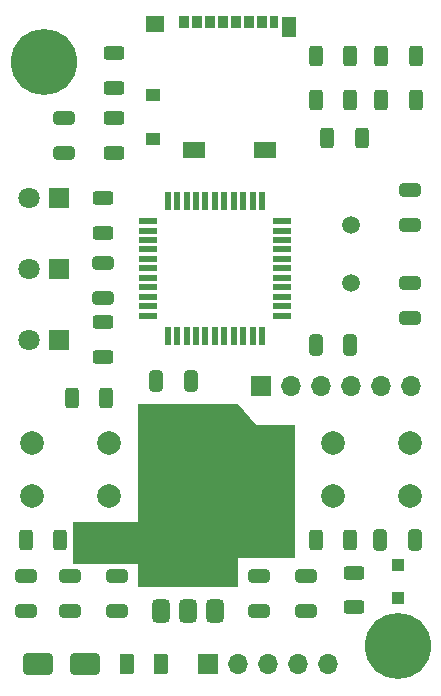
<source format=gts>
G04 #@! TF.GenerationSoftware,KiCad,Pcbnew,8.0.4*
G04 #@! TF.CreationDate,2024-10-18T17:00:07+02:00*
G04 #@! TF.ProjectId,Atari_SIO2SD_Mini,41746172-695f-4534-994f-3253445f4d69,rev?*
G04 #@! TF.SameCoordinates,Original*
G04 #@! TF.FileFunction,Soldermask,Top*
G04 #@! TF.FilePolarity,Negative*
%FSLAX46Y46*%
G04 Gerber Fmt 4.6, Leading zero omitted, Abs format (unit mm)*
G04 Created by KiCad (PCBNEW 8.0.4) date 2024-10-18 17:00:07*
%MOMM*%
%LPD*%
G01*
G04 APERTURE LIST*
G04 Aperture macros list*
%AMRoundRect*
0 Rectangle with rounded corners*
0 $1 Rounding radius*
0 $2 $3 $4 $5 $6 $7 $8 $9 X,Y pos of 4 corners*
0 Add a 4 corners polygon primitive as box body*
4,1,4,$2,$3,$4,$5,$6,$7,$8,$9,$2,$3,0*
0 Add four circle primitives for the rounded corners*
1,1,$1+$1,$2,$3*
1,1,$1+$1,$4,$5*
1,1,$1+$1,$6,$7*
1,1,$1+$1,$8,$9*
0 Add four rect primitives between the rounded corners*
20,1,$1+$1,$2,$3,$4,$5,0*
20,1,$1+$1,$4,$5,$6,$7,0*
20,1,$1+$1,$6,$7,$8,$9,0*
20,1,$1+$1,$8,$9,$2,$3,0*%
G04 Aperture macros list end*
%ADD10C,0.000000*%
%ADD11RoundRect,0.375000X0.375000X-0.625000X0.375000X0.625000X-0.375000X0.625000X-0.375000X-0.625000X0*%
%ADD12RoundRect,0.500000X1.400000X-0.500000X1.400000X0.500000X-1.400000X0.500000X-1.400000X-0.500000X0*%
%ADD13RoundRect,0.250000X-0.312500X-0.625000X0.312500X-0.625000X0.312500X0.625000X-0.312500X0.625000X0*%
%ADD14RoundRect,0.250000X-0.650000X0.325000X-0.650000X-0.325000X0.650000X-0.325000X0.650000X0.325000X0*%
%ADD15RoundRect,0.250000X0.625000X-0.312500X0.625000X0.312500X-0.625000X0.312500X-0.625000X-0.312500X0*%
%ADD16RoundRect,0.250000X-0.325000X-0.650000X0.325000X-0.650000X0.325000X0.650000X-0.325000X0.650000X0*%
%ADD17RoundRect,0.250000X-0.375000X-0.625000X0.375000X-0.625000X0.375000X0.625000X-0.375000X0.625000X0*%
%ADD18C,2.000000*%
%ADD19RoundRect,0.250000X-0.300000X0.300000X-0.300000X-0.300000X0.300000X-0.300000X0.300000X0.300000X0*%
%ADD20R,0.850000X1.100000*%
%ADD21R,0.750000X1.100000*%
%ADD22R,1.200000X1.000000*%
%ADD23R,1.550000X1.350000*%
%ADD24R,1.900000X1.350000*%
%ADD25R,1.170000X1.800000*%
%ADD26C,1.500000*%
%ADD27R,1.800000X1.800000*%
%ADD28C,1.800000*%
%ADD29RoundRect,0.250000X0.650000X-0.325000X0.650000X0.325000X-0.650000X0.325000X-0.650000X-0.325000X0*%
%ADD30R,1.500000X0.550000*%
%ADD31R,0.550000X1.500000*%
%ADD32RoundRect,0.250000X0.312500X0.625000X-0.312500X0.625000X-0.312500X-0.625000X0.312500X-0.625000X0*%
%ADD33R,1.700000X1.700000*%
%ADD34O,1.700000X1.700000*%
%ADD35RoundRect,0.250000X-0.625000X0.312500X-0.625000X-0.312500X0.625000X-0.312500X0.625000X0.312500X0*%
%ADD36RoundRect,0.250000X0.325000X0.650000X-0.325000X0.650000X-0.325000X-0.650000X0.325000X-0.650000X0*%
%ADD37C,5.600000*%
%ADD38RoundRect,0.250000X1.000000X0.650000X-1.000000X0.650000X-1.000000X-0.650000X1.000000X-0.650000X0*%
G04 APERTURE END LIST*
D10*
G36*
X153000000Y-89750000D02*
G01*
X156250000Y-89750000D01*
X156250000Y-101000000D01*
X151500000Y-101000000D01*
X151500000Y-103500000D01*
X143000000Y-103500000D01*
X143000000Y-101500000D01*
X137500000Y-101500000D01*
X137500000Y-101000000D01*
X137500000Y-100500000D01*
X137500000Y-98000000D01*
X143000000Y-98000000D01*
X143000000Y-88000000D01*
X151500000Y-88000000D01*
X153000000Y-89750000D01*
G37*
D11*
X144900000Y-105500000D03*
X147200000Y-105500000D03*
D12*
X147200000Y-99200000D03*
D11*
X149500000Y-105500000D03*
D13*
X158037500Y-62250000D03*
X160962500Y-62250000D03*
X159037500Y-65500000D03*
X161962500Y-65500000D03*
D14*
X140000000Y-76062500D03*
X140000000Y-79012500D03*
D13*
X158037500Y-99500000D03*
X160962500Y-99500000D03*
D15*
X141000000Y-66712500D03*
X141000000Y-63787500D03*
D13*
X163575000Y-58500000D03*
X166500000Y-58500000D03*
D15*
X140000000Y-84000000D03*
X140000000Y-81075000D03*
D16*
X163525000Y-99500000D03*
X166475000Y-99500000D03*
D15*
X140000000Y-73500000D03*
X140000000Y-70575000D03*
D17*
X142100000Y-110000000D03*
X144900000Y-110000000D03*
D14*
X137200000Y-102550000D03*
X137200000Y-105500000D03*
D18*
X134000000Y-91250000D03*
X140500000Y-91250000D03*
X134000000Y-95750000D03*
X140500000Y-95750000D03*
D19*
X165000000Y-101600000D03*
X165000000Y-104400000D03*
D20*
X146895000Y-55675000D03*
X147995000Y-55675000D03*
X149095000Y-55675000D03*
X150195000Y-55675000D03*
X151295000Y-55675000D03*
X152395000Y-55675000D03*
X153495000Y-55675000D03*
D21*
X154545000Y-55675000D03*
D22*
X144260000Y-61825000D03*
X144260000Y-65525000D03*
D23*
X144435000Y-55800000D03*
D24*
X147760000Y-66500000D03*
X153730000Y-66500000D03*
D25*
X155755000Y-56025000D03*
D15*
X141000000Y-61212500D03*
X141000000Y-58287500D03*
D16*
X158025000Y-83000000D03*
X160975000Y-83000000D03*
D14*
X166000000Y-77730000D03*
X166000000Y-80680000D03*
D26*
X161000000Y-72850000D03*
X161000000Y-77730000D03*
D27*
X136275000Y-76537500D03*
D28*
X133735000Y-76537500D03*
D29*
X166000000Y-72850000D03*
X166000000Y-69900000D03*
X157200000Y-105500000D03*
X157200000Y-102550000D03*
D30*
X155200000Y-80500000D03*
X155200000Y-79700000D03*
X155200000Y-78900000D03*
X155200000Y-78100000D03*
X155200000Y-77300000D03*
X155200000Y-76500000D03*
X155200000Y-75700000D03*
X155200000Y-74900000D03*
X155200000Y-74100000D03*
X155200000Y-73300000D03*
X155200000Y-72500000D03*
D31*
X153500000Y-70800000D03*
X152700000Y-70800000D03*
X151900000Y-70800000D03*
X151100000Y-70800000D03*
X150300000Y-70800000D03*
X149500000Y-70800000D03*
X148700000Y-70800000D03*
X147900000Y-70800000D03*
X147100000Y-70800000D03*
X146300000Y-70800000D03*
X145500000Y-70800000D03*
D30*
X143800000Y-72500000D03*
X143800000Y-73300000D03*
X143800000Y-74100000D03*
X143800000Y-74900000D03*
X143800000Y-75700000D03*
X143800000Y-76500000D03*
X143800000Y-77300000D03*
X143800000Y-78100000D03*
X143800000Y-78900000D03*
X143800000Y-79700000D03*
X143800000Y-80500000D03*
D31*
X145500000Y-82200000D03*
X146300000Y-82200000D03*
X147100000Y-82200000D03*
X147900000Y-82200000D03*
X148700000Y-82200000D03*
X149500000Y-82200000D03*
X150300000Y-82200000D03*
X151100000Y-82200000D03*
X151900000Y-82200000D03*
X152700000Y-82200000D03*
X153500000Y-82200000D03*
D32*
X140302500Y-87500000D03*
X137377500Y-87500000D03*
D27*
X136275000Y-82537500D03*
D28*
X133735000Y-82537500D03*
D18*
X159500000Y-91250000D03*
X166000000Y-91250000D03*
X159500000Y-95750000D03*
X166000000Y-95750000D03*
D33*
X153400000Y-86500000D03*
D34*
X155940000Y-86500000D03*
X158480000Y-86500000D03*
X161020000Y-86500000D03*
X163560000Y-86500000D03*
X166100000Y-86500000D03*
D35*
X161250000Y-102250000D03*
X161250000Y-105175000D03*
D13*
X158037500Y-58500000D03*
X160962500Y-58500000D03*
D29*
X153200000Y-105500000D03*
X153200000Y-102550000D03*
D13*
X163575000Y-62250000D03*
X166500000Y-62250000D03*
D36*
X147475000Y-86000000D03*
X144525000Y-86000000D03*
D32*
X136425000Y-99500000D03*
X133500000Y-99500000D03*
D33*
X148880000Y-110000000D03*
D34*
X151420000Y-110000000D03*
X153960000Y-110000000D03*
X156500000Y-110000000D03*
X159040000Y-110000000D03*
D37*
X135000000Y-59000000D03*
X165000000Y-108500000D03*
D14*
X133500000Y-102550000D03*
X133500000Y-105500000D03*
D38*
X138500000Y-110000000D03*
X134500000Y-110000000D03*
D27*
X136275000Y-70537500D03*
D28*
X133735000Y-70537500D03*
D29*
X136750000Y-66750000D03*
X136750000Y-63800000D03*
D14*
X141200000Y-102550000D03*
X141200000Y-105500000D03*
M02*

</source>
